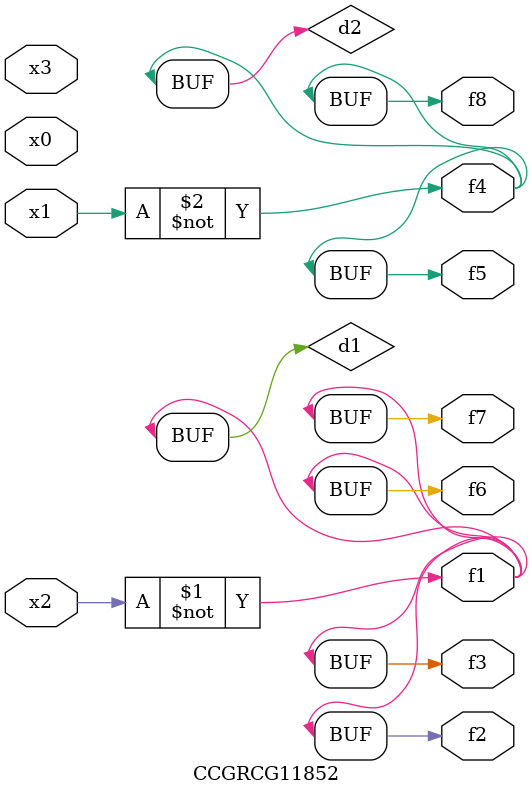
<source format=v>
module CCGRCG11852(
	input x0, x1, x2, x3,
	output f1, f2, f3, f4, f5, f6, f7, f8
);

	wire d1, d2;

	xnor (d1, x2);
	not (d2, x1);
	assign f1 = d1;
	assign f2 = d1;
	assign f3 = d1;
	assign f4 = d2;
	assign f5 = d2;
	assign f6 = d1;
	assign f7 = d1;
	assign f8 = d2;
endmodule

</source>
